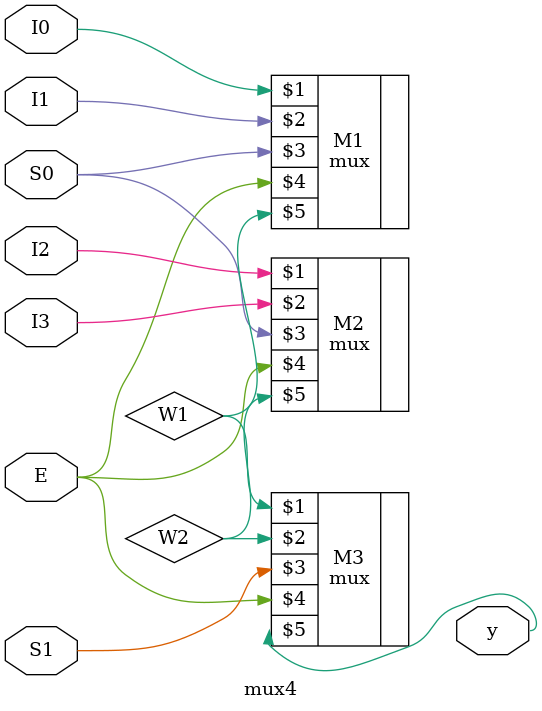
<source format=v>
module mux4(input I0,I1,I2,I3,S0,S1,E,output y);
	wire W1,W2;
	mux M1(I0,I1,S0,E,W1);
	mux M2(I2,I3,S0,E,W2);
	mux M3(W1,W2,S1,E,y);
endmodule

</source>
